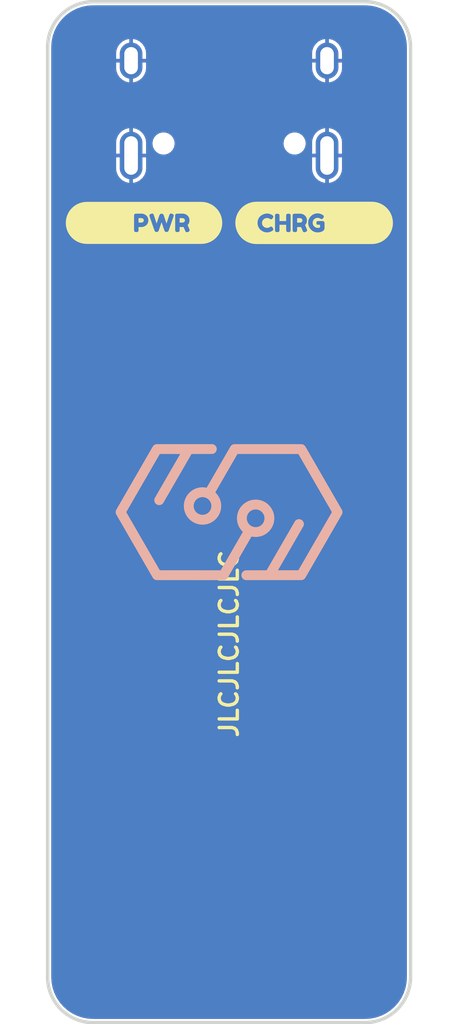
<source format=kicad_pcb>
(kicad_pcb (version 20211014) (generator pcbnew)
  (title_block (date "2021-11-15"))
  (layers (0 "F.Cu" signal) (31 "B.Cu" signal) (34 "B.Paste" user) (35 "F.Paste" user) (36 "B.SilkS" user "B.Silkscreen") (37 "F.SilkS" user "F.Silkscreen") (38 "B.Mask" user) (39 "F.Mask" user) (44 "Edge.Cuts" user))
  (net 0 "")
  (net 1 "BATT")
  (net 2 "GND")
  (net 3 "VBUS")
  (net 4 "Net-(D1-Pad2)")
  (net 5 "Net-(D2-Pad1)")
  (net 6 "Net-(R4-Pad1)")
  (net 7 "Net-(F1-Pad2)")
  (net 8 "Net-(J1-PadA5)")
  (net 12 "Net-(J1-PadB5)")
  (net 16 "Net-(U1-Pad3)")
  (net 17 "Net-(U1-Pad4)")
  (footprint "HDMod_Resistor_SMD:R_0402_1005Metric" (layer "F.Cu") (at 164 59.5 90)
    (fp_text reference "R1" hide)
    (fp_text value "5.1K" hide)
    (pad "1" smd roundrect locked (at -0.51 0 90) (size 0.54 0.64) (layers "F.Cu" "F.Paste" "F.Mask") (net 8 "Net-(J1-PadA5)"))
    (pad "2" smd roundrect locked (at 0.51 0 90) (size 0.54 0.64) (layers "F.Cu" "F.Paste" "F.Mask") (net 2 "GND"))
  )
  (footprint "kibuzzard-6192C1BF" (layer "F.Cu") (at 161.75 64.75)
    (fp_text reference "kibuzzard-6192C1BF" hide)
    (fp_text value "G***" hide)
  )
  (footprint "HDMod_Diode_SMD:CST2" (layer "F.Cu") (at 151 62 90)
    (fp_text reference "D1" hide)
    (fp_text value "CTS05S40" hide)
    (pad "1" smd roundrect (at -0.35 0 90) (size 0.5 0.6) (layers "F.Cu" "F.Mask") (net 3 "VBUS"))
    (pad "2" smd roundrect (at 0.35 0 90) (size 0.5 0.6) (layers "F.Cu" "F.Mask") (net 4 "Net-(D1-Pad2)"))
  )
  (footprint "kibuzzard-6192C1F3" (layer "F.Cu") (at 154.25 64.75)
    (fp_text reference "kibuzzard-6192C1F3" hide)
    (fp_text value "G***" hide)
  )
  (footprint "HDMod_Resistor_SMD:R_0402_1005Metric" (layer "F.Cu") (at 152.75 67.25)
    (fp_text reference "R5" hide)
    (fp_text value "15K" hide)
    (pad "1" smd roundrect locked (at -0.51 0) (size 0.54 0.64) (layers "F.Cu" "F.Paste" "F.Mask") (net 2 "GND"))
    (pad "2" smd roundrect locked (at 0.51 0) (size 0.54 0.64) (layers "F.Cu" "F.Paste" "F.Mask") (net 17 "Net-(U1-Pad4)"))
  )
  (footprint "HDMod_Fuse:Fuse_0402_1005Metric" (layer "F.Cu") (at 152 62 -90)
    (fp_text reference "F1" hide)
    (fp_text value "50mA" hide)
    (pad "1" smd roundrect locked (at -0.485 0 270) (size 0.6 0.6) (layers "F.Cu" "F.Paste" "F.Mask") (net 4 "Net-(D1-Pad2)"))
    (pad "2" smd roundrect locked (at 0.485 0 270) (size 0.6 0.6) (layers "F.Cu" "F.Paste" "F.Mask") (net 7 "Net-(F1-Pad2)"))
  )
  (footprint "HDMod_Resistor_SMD:R_0402_1005Metric" (layer "F.Cu") (at 161.5 67.75 -90)
    (fp_text reference "R4" hide)
    (fp_text value "2K" hide)
    (pad "1" smd roundrect locked (at -0.51 0 270) (size 0.54 0.64) (layers "F.Cu" "F.Paste" "F.Mask") (net 6 "Net-(R4-Pad1)"))
    (pad "2" smd roundrect locked (at 0.51 0 270) (size 0.54 0.64) (layers "F.Cu" "F.Paste" "F.Mask") (net 16 "Net-(U1-Pad3)"))
  )
  (footprint "HDMod_LED_SMD:LED_0402_1005Metric" (layer "F.Cu") (at 152.25 64.75 180)
    (fp_text reference "D2" hide)
    (fp_text value "Power" hide)
    (pad "1" smd roundrect locked (at -0.485 0 180) (size 0.6 0.6) (layers "F.Cu" "F.Mask") (net 5 "Net-(D2-Pad1)"))
    (pad "2" smd roundrect locked (at 0.485 0 180) (size 0.6 0.6) (layers "F.Cu" "F.Mask") (net 3 "VBUS"))
  )
  (footprint "HDMod_Capacitor_SMD:C_0402_1005Metric" (layer "F.Cu") (at 152.75 70.75)
    (fp_text reference "C2" hide)
    (fp_text value "4.7uF" hide)
    (pad "1" smd roundrect locked (at -0.48 0) (size 0.56 0.6) (layers "F.Cu" "F.Paste" "F.Mask") (net 1 "BATT"))
    (pad "2" smd roundrect locked (at 0.48 0) (size 0.56 0.6) (layers "F.Cu" "F.Paste" "F.Mask") (net 2 "GND"))
  )
  (footprint "HDMod_Resistor_SMD:R_0402_1005Metric" (layer "F.Cu") (at 154.5 67.75 -90)
    (fp_text reference "R3" hide)
    (fp_text value "3K" hide)
    (pad "1" smd roundrect locked (at -0.51 0 270) (size 0.54 0.64) (layers "F.Cu" "F.Paste" "F.Mask") (net 5 "Net-(D2-Pad1)"))
    (pad "2" smd roundrect locked (at 0.51 0 270) (size 0.54 0.64) (layers "F.Cu" "F.Paste" "F.Mask") (net 2 "GND"))
  )
  (footprint "HDMod_Connector_SMD:HRO_TYPE-C-31-M-12" (layer "F.Cu") (at 158 58.65 180)
    (fp_text reference "J1" hide)
    (fp_text value "USB-C_2.0" hide)
    (pad "" np_thru_hole circle locked (at 2.89 -2.6 180) (size 0.65 0.65) (drill 0.65) (layers *.Cu *.Mask))
    (pad "" np_thru_hole circle locked (at -2.89 -2.6 180) (size 0.65 0.65) (drill 0.65) (layers *.Cu *.Mask))
    (pad "A1" smd roundrect locked (at -3.25 -3.95 180) (size 0.6 1.25) (layers "F.Cu" "F.Paste" "F.Mask") (net 2 "GND"))
    (pad "A4" smd roundrect locked (at -2.45 -3.95 180) (size 0.6 1.25) (layers "F.Cu" "F.Paste" "F.Mask") (net 7 "Net-(F1-Pad2)"))
    (pad "A5" smd roundrect locked (at -1.25 -3.95 180) (size 0.3 1.25) (layers "F.Cu" "F.Paste" "F.Mask") (net 8 "Net-(J1-PadA5)"))
    (pad "A6" smd roundrect locked (at -0.25 -3.95 180) (size 0.3 1.25) (layers "F.Cu" "F.Paste" "F.Mask"))
    (pad "A7" smd roundrect locked (at 0.25 -3.95 180) (size 0.3 1.25) (layers "F.Cu" "F.Paste" "F.Mask"))
    (pad "A8" smd roundrect locked (at 1.25 -3.95 180) (size 0.3 1.25) (layers "F.Cu" "F.Paste" "F.Mask"))
    (pad "B1" smd roundrect locked (at 3.25 -3.95 180) (size 0.6 1.25) (layers "F.Cu" "F.Paste" "F.Mask") (net 2 "GND"))
    (pad "B4" smd roundrect locked (at 2.45 -3.95 180) (size 0.6 1.25) (layers "F.Cu" "F.Paste" "F.Mask") (net 7 "Net-(F1-Pad2)"))
    (pad "B5" smd roundrect locked (at 1.75 -3.95 180) (size 0.3 1.25) (layers "F.Cu" "F.Paste" "F.Mask") (net 12 "Net-(J1-PadB5)"))
    (pad "B6" smd roundrect locked (at 0.75 -3.95 180) (size 0.3 1.25) (layers "F.Cu" "F.Paste" "F.Mask"))
    (pad "B7" smd roundrect locked (at -0.75 -3.95 180) (size 0.3 1.25) (layers "F.Cu" "F.Paste" "F.Mask"))
    (pad "B8" smd roundrect locked (at -1.75 -3.95 180) (size 0.3 1.25) (layers "F.Cu" "F.Paste" "F.Mask"))
    (pad "S1" thru_hole oval locked (at 4.32 1.05 180) (size 1 1.6) (drill oval 0.6 1.2) (layers *.Cu *.Mask) (net 2 "GND"))
    (pad "S1" thru_hole oval locked (at 4.32 -3.13 180) (size 1 2.1) (drill oval 0.6 1.7) (layers *.Cu *.Mask) (net 2 "GND"))
    (pad "S1" thru_hole oval locked (at -4.32 1.05 180) (size 1 1.6) (drill oval 0.6 1.2) (layers *.Cu *.Mask) (net 2 "GND"))
    (pad "S1" thru_hole oval locked (at -4.32 -3.13 180) (size 1 2.1) (drill oval 0.6 1.7) (layers *.Cu *.Mask) (net 2 "GND"))
  )
  (footprint "HDMod_LED_SMD:LED_0402_1005Metric" (layer "F.Cu") (at 163.75 64.75)
    (fp_text reference "D3" hide)
    (fp_text value "CHRG" hide)
    (pad "1" smd roundrect locked (at -0.485 0) (size 0.6 0.6) (layers "F.Cu" "F.Mask") (net 6 "Net-(R4-Pad1)"))
    (pad "2" smd roundrect locked (at 0.485 0) (size 0.6 0.6) (layers "F.Cu" "F.Mask") (net 3 "VBUS"))
  )
  (footprint "HDMod_Battery_Holder_SMD:BatteryHolder_Keystone_1060_1x2032" (layer "F.Cu") (at 158 83.25 -90)
    (fp_text reference "BT1" hide)
    (fp_text value "LIR2032" hide)
    (pad "1" smd roundrect (at -14.65 0 90) (size 2.9 3.9) (layers "F.Cu" "F.Paste" "F.Mask") (roundrect_rratio 0.1) (net 1 "BATT"))
    (pad "2" smd roundrect (at 14.65 0 90) (size 2.9 3.9) (layers "F.Cu" "F.Paste" "F.Mask") (roundrect_rratio 0.1) (net 2 "GND"))
  )
  (footprint "HDMod_Capacitor_SMD:C_0402_1005Metric" (layer "F.Cu") (at 151 69 -90)
    (fp_text reference "C1" hide)
    (fp_text value "4.7uF" hide)
    (pad "1" smd roundrect locked (at -0.48 0 270) (size 0.56 0.6) (layers "F.Cu" "F.Paste" "F.Mask") (net 3 "VBUS"))
    (pad "2" smd roundrect locked (at 0.48 0 270) (size 0.56 0.6) (layers "F.Cu" "F.Paste" "F.Mask") (net 2 "GND"))
  )
  (footprint "HDMod_Package_TO_SOT_SMD:SOT-553" (layer "F.Cu") (at 152.75 69 90)
    (fp_text reference "U1" hide)
    (fp_text value "XT4051K421KR" hide)
    (pad "1" smd roundrect (at -0.7 -0.5 90) (size 0.45 0.3) (layers "F.Cu" "F.Paste" "F.Mask") (net 1 "BATT"))
    (pad "2" smd roundrect (at -0.7 0 90) (size 0.45 0.3) (layers "F.Cu" "F.Paste" "F.Mask") (net 2 "GND"))
    (pad "3" smd roundrect (at -0.7 0.5 90) (size 0.45 0.3) (layers "F.Cu" "F.Paste" "F.Mask") (net 16 "Net-(U1-Pad3)"))
    (pad "4" smd roundrect (at 0.7 0.5 90) (size 0.45 0.3) (layers "F.Cu" "F.Paste" "F.Mask") (net 17 "Net-(U1-Pad4)"))
    (pad "5" smd roundrect (at 0.7 -0.5 90) (size 0.45 0.3) (layers "F.Cu" "F.Paste" "F.Mask") (net 3 "VBUS"))
  )
  (footprint "HDMod_Resistor_SMD:R_0402_1005Metric" (layer "F.Cu") (at 152 59.49 90)
    (fp_text reference "R2" hide)
    (fp_text value "5.1K" hide)
    (pad "1" smd roundrect locked (at -0.51 0 90) (size 0.54 0.64) (layers "F.Cu" "F.Paste" "F.Mask") (net 12 "Net-(J1-PadB5)"))
    (pad "2" smd roundrect locked (at 0.51 0 90) (size 0.54 0.64) (layers "F.Cu" "F.Paste" "F.Mask") (net 2 "GND"))
  )
  (footprint "LOGO" (layer "B.Cu") (at 158 77.5)
    (fp_text reference "G***" hide)
    (fp_text value "LOGO" hide)
  )
  (gr_arc (start 150 57) (mid 150.585786 55.585786) (end 152 55) (layer "Edge.Cuts") (width 0.15))
  (gr_arc (start 152 100) (mid 150.585786 99.414214) (end 150 98) (layer "Edge.Cuts") (width 0.15))
  (gr_arc (start 164 55) (mid 165.414214 55.585786) (end 166 57) (layer "Edge.Cuts") (width 0.15))
  (gr_line (start 150 98) (end 150 57) (layer "Edge.Cuts") (width 0.15))
  (gr_line (start 166 98) (end 166 57) (layer "Edge.Cuts") (width 0.15))
  (gr_line (start 164 55) (end 152 55) (layer "Edge.Cuts") (width 0.15))
  (gr_line (start 164 100) (end 152 100) (layer "Edge.Cuts") (width 0.15))
  (gr_arc (start 166 98) (mid 165.414214 99.414214) (end 164 100) (layer "Edge.Cuts") (width 0.15))
  (gr_text "JLCJLCJLCJLC" (at 158 83.3 90) (layer "F.SilkS") (effects (font (size 0.8 0.8))))
  (segment (start 155.666719 68.766641) (end 155.83336 68.6) (width 0.2) (layer "F.Cu") (net 1))
  (segment (start 152.25 70.73) (end 152.27 70.75) (width 0.2) (layer "F.Cu") (net 1))
  (segment (start 153.590642 70.05952) (end 154.773918 70.05952) (width 0.2) (layer "F.Cu") (net 1))
  (segment (start 154.773918 70.05952) (end 155.666719 69.166719) (width 0.2) (layer "F.Cu") (net 1))
  (segment (start 152.83548 70.18452) (end 153.465642 70.18452) (width 0.2) (layer "F.Cu") (net 1))
  (segment (start 153.465642 70.18452) (end 153.590642 70.05952) (width 0.2) (layer "F.Cu") (net 1))
  (segment (start 152.25 69.7) (end 152.25 70.73) (width 0.2) (layer "F.Cu") (net 1))
  (segment (start 155.666719 69.166719) (end 155.666719 68.766641) (width 0.2) (layer "F.Cu") (net 1))
  (segment (start 155.83336 68.6) (end 158 68.6) (width 0.2) (layer "F.Cu") (net 1))
  (segment (start 152.27 70.75) (end 152.83548 70.18452) (width 0.2) (layer "F.Cu") (net 1))
  (segment (start 151 67.475) (end 151 68.52) (width 0.2) (layer "F.Cu") (net 3))
  (segment (start 151.065848 62.35) (end 151 62.35) (width 0.2) (layer "F.Cu") (net 3))
  (segment (start 151.4 62.684152) (end 151.065848 62.35) (width 0.2) (layer "F.Cu") (net 3))
  (segment (start 151.4 63.5) (end 151.4 62.684152) (width 0.2) (layer "F.Cu") (net 3))
  (segment (start 151.765 63.865) (end 151.4 63.5) (width 0.2) (layer "F.Cu") (net 3))
  (segment (start 163.35 63.865) (end 164.235 64.75) (width 0.2) (layer "F.Cu") (net 3))
  (segment (start 151.765 64.75) (end 151.765 63.865) (width 0.2) (layer "F.Cu") (net 3))
  (segment (start 151.455 68.52) (end 151.675 68.3) (width 0.2) (layer "F.Cu") (net 3))
  (segment (start 151 68.52) (end 151.455 68.52) (width 0.2) (layer "F.Cu") (net 3))
  (segment (start 151.765 64.75) (end 151.765 66.71) (width 0.2) (layer "F.Cu") (net 3))
  (segment (start 151.765 66.71) (end 151 67.475) (width 0.2) (layer "F.Cu") (net 3))
  (segment (start 151.765 63.865) (end 163.35 63.865) (width 0.2) (layer "F.Cu") (net 3))
  (segment (start 151.675 68.3) (end 152.25 68.3) (width 0.2) (layer "F.Cu") (net 3))
  (segment (start 151.56 61.515) (end 152 61.515) (width 0.2) (layer "F.Cu") (net 4))
  (segment (start 151.425 61.65) (end 151.56 61.515) (width 0.2) (layer "F.Cu") (net 4))
  (segment (start 151 61.65) (end 151.425 61.65) (width 0.2) (layer "F.Cu") (net 4))
  (segment (start 154.075 66.25) (end 153.075 66.25) (width 0.2) (layer "F.Cu") (net 5))
  (segment (start 153.075 66.25) (end 152.735 65.91) (width 0.2) (layer "F.Cu") (net 5))
  (segment (start 152.735 65.91) (end 152.735 64.75) (width 0.2) (layer "F.Cu") (net 5))
  (segment (start 154.5 67.24) (end 154.5 66.675) (width 0.2) (layer "F.Cu") (net 5))
  (segment (start 154.5 66.675) (end 154.075 66.25) (width 0.2) (layer "F.Cu") (net 5))
  (segment (start 162.06 67.24) (end 163.265 66.035) (width 0.2) (layer "F.Cu") (net 6))
  (segment (start 163.265 66.035) (end 163.265 64.75) (width 0.2) (layer "F.Cu") (net 6))
  (segment (start 161.5 67.24) (end 162.06 67.24) (width 0.2) (layer "F.Cu") (net 6))
  (segment (start 152 63.2) (end 152.3 63.5) (width 0.2) (layer "F.Cu") (net 7))
  (segment (start 160.45 63.35) (end 160.45 62.6) (width 0.2) (layer "F.Cu") (net 7))
  (segment (start 160.3 63.5) (end 160.45 63.35) (width 0.2) (layer "F.Cu") (net 7))
  (segment (start 155.55 63.5) (end 155.55 62.6) (width 0.2) (layer "F.Cu") (net 7))
  (segment (start 152.3 63.5) (end 160.3 63.5) (width 0.2) (layer "F.Cu") (net 7))
  (segment (start 152 62.485) (end 152 63.2) (width 0.2) (layer "F.Cu") (net 7))
  (segment (start 160.24 60.01) (end 164 60.01) (width 0.2) (layer "F.Cu") (net 8))
  (segment (start 159.25 62.6) (end 159.25 61) (width 0.2) (layer "F.Cu") (net 8))
  (segment (start 159.25 61) (end 160.24 60.01) (width 0.2) (layer "F.Cu") (net 8))
  (segment (start 155.25 60) (end 152 60) (width 0.2) (layer "F.Cu") (net 12))
  (segment (start 156.25 61) (end 155.25 60) (width 0.2) (layer "F.Cu") (net 12))
  (segment (start 156.25 62.6) (end 156.25 61) (width 0.2) (layer "F.Cu") (net 12))
  (segment (start 155.79048 68.134442) (end 155.79048 67.212264) (width 0.2) (layer "F.Cu") (net 16))
  (segment (start 155.307199 69.017801) (end 155.307199 68.617723) (width 0.2) (layer "F.Cu") (net 16))
  (segment (start 160.20952 67.70952) (end 160.76 68.26) (width 0.2) (layer "F.Cu") (net 16))
  (segment (start 160.76 68.26) (end 161.5 68.26) (width 0.2) (layer "F.Cu") (net 16))
  (segment (start 154.625 69.7) (end 155.307199 69.017801) (width 0.2) (layer "F.Cu") (net 16))
  (segment (start 153.25 69.7) (end 154.625 69.7) (width 0.2) (layer "F.Cu") (net 16))
  (segment (start 155.307199 68.617723) (end 155.79048 68.134442) (width 0.2) (layer "F.Cu") (net 16))
  (segment (start 160.20952 67.212264) (end 160.20952 67.70952) (width 0.2) (layer "F.Cu") (net 16))
  (segment (start 156.112264 66.89048) (end 159.887736 66.89048) (width 0.2) (layer "F.Cu") (net 16))
  (segment (start 155.79048 67.212264) (end 156.112264 66.89048) (width 0.2) (layer "F.Cu") (net 16))
  (segment (start 159.887736 66.89048) (end 160.20952 67.212264) (width 0.2) (layer "F.Cu") (net 16))
  (segment (start 153.25 68.3) (end 153.25 67.26) (width 0.2) (layer "F.Cu") (net 17))
  (segment (start 153.25 67.26) (end 153.26 67.25) (width 0.2) (layer "F.Cu") (net 17))
  (zone (net 2) (net_name "GND") (layers F&B.Cu) (name "GND") (priority 1) (connect_pads (clearance 0.16)) (min_thickness 0.16) (fill yes (thermal_gap 0.16) (thermal_bridge_width 0.16) (smoothing fillet))
    (polygon (pts (xy 166 100) (xy 150 100) (xy 150 55) (xy 166 55)))
  )
)
</source>
